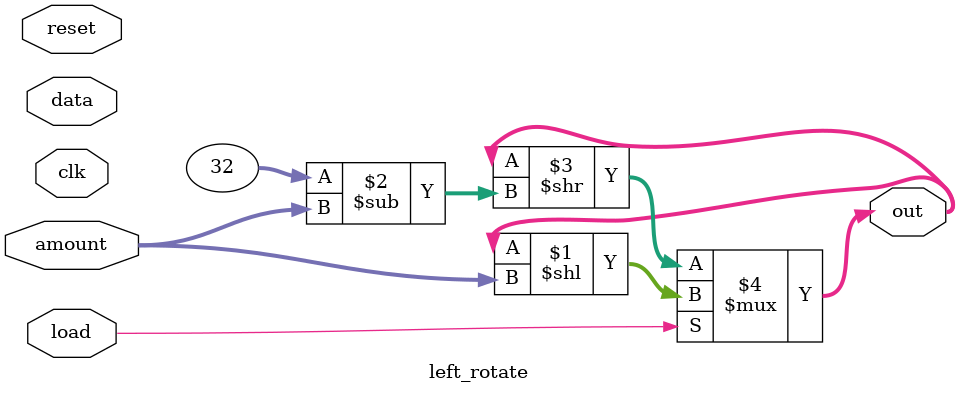
<source format=v>
module left_rotate(clk,reset,amount,data,load,out);
input clk,reset;
input [2:0] amount;
input [7:0] data;
input load;
output reg [7:0] out;
// when load is high, load data to out
// otherwise rotate the out register followed by left shift the out register by amount bits
assign out=load?out<<amount:out>>(32-amount);
endmodule

</source>
